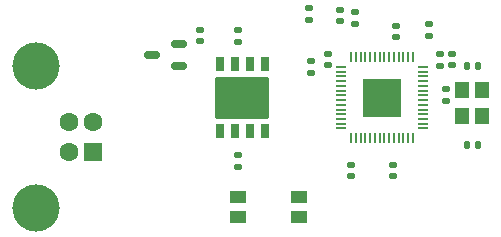
<source format=gbr>
%TF.GenerationSoftware,KiCad,Pcbnew,9.0.1*%
%TF.CreationDate,2025-07-21T18:30:37+01:00*%
%TF.ProjectId,rp2040-literal-bare-minimum,72703230-3430-42d6-9c69-746572616c2d,rev?*%
%TF.SameCoordinates,PX3922770PY49f2aa0*%
%TF.FileFunction,Soldermask,Top*%
%TF.FilePolarity,Negative*%
%FSLAX46Y46*%
G04 Gerber Fmt 4.6, Leading zero omitted, Abs format (unit mm)*
G04 Created by KiCad (PCBNEW 9.0.1) date 2025-07-21 18:30:37*
%MOMM*%
%LPD*%
G01*
G04 APERTURE LIST*
G04 Aperture macros list*
%AMRoundRect*
0 Rectangle with rounded corners*
0 $1 Rounding radius*
0 $2 $3 $4 $5 $6 $7 $8 $9 X,Y pos of 4 corners*
0 Add a 4 corners polygon primitive as box body*
4,1,4,$2,$3,$4,$5,$6,$7,$8,$9,$2,$3,0*
0 Add four circle primitives for the rounded corners*
1,1,$1+$1,$2,$3*
1,1,$1+$1,$4,$5*
1,1,$1+$1,$6,$7*
1,1,$1+$1,$8,$9*
0 Add four rect primitives between the rounded corners*
20,1,$1+$1,$2,$3,$4,$5,0*
20,1,$1+$1,$4,$5,$6,$7,0*
20,1,$1+$1,$6,$7,$8,$9,0*
20,1,$1+$1,$8,$9,$2,$3,0*%
G04 Aperture macros list end*
%ADD10RoundRect,0.140000X0.170000X-0.140000X0.170000X0.140000X-0.170000X0.140000X-0.170000X-0.140000X0*%
%ADD11RoundRect,0.140000X-0.140000X-0.170000X0.140000X-0.170000X0.140000X0.170000X-0.140000X0.170000X0*%
%ADD12RoundRect,0.080500X0.241500X-0.541500X0.241500X0.541500X-0.241500X0.541500X-0.241500X-0.541500X0*%
%ADD13RoundRect,0.102000X2.150000X-1.700000X2.150000X1.700000X-2.150000X1.700000X-2.150000X-1.700000X0*%
%ADD14RoundRect,0.150000X0.512500X0.150000X-0.512500X0.150000X-0.512500X-0.150000X0.512500X-0.150000X0*%
%ADD15RoundRect,0.140000X-0.170000X0.140000X-0.170000X-0.140000X0.170000X-0.140000X0.170000X0.140000X0*%
%ADD16RoundRect,0.135000X-0.185000X0.135000X-0.185000X-0.135000X0.185000X-0.135000X0.185000X0.135000X0*%
%ADD17RoundRect,0.050000X0.050000X-0.387500X0.050000X0.387500X-0.050000X0.387500X-0.050000X-0.387500X0*%
%ADD18RoundRect,0.050000X0.387500X-0.050000X0.387500X0.050000X-0.387500X0.050000X-0.387500X-0.050000X0*%
%ADD19R,3.200000X3.200000*%
%ADD20R,1.200000X1.400000*%
%ADD21R,1.450000X1.000000*%
%ADD22RoundRect,0.140000X0.140000X0.170000X-0.140000X0.170000X-0.140000X-0.170000X0.140000X-0.170000X0*%
%ADD23R,1.600000X1.600000*%
%ADD24C,1.600000*%
%ADD25C,4.000000*%
G04 APERTURE END LIST*
D10*
%TO.C,C11*%
X35212500Y15882500D03*
X35212500Y16842500D03*
%TD*%
%TO.C,C16*%
X45712500Y15892500D03*
X45712500Y16852500D03*
%TD*%
D11*
%TO.C,C3*%
X46982500Y9132500D03*
X47942500Y9132500D03*
%TD*%
D10*
%TO.C,C14*%
X36257500Y19607500D03*
X36257500Y20567500D03*
%TD*%
%TO.C,C9*%
X43772500Y18377500D03*
X43772500Y19337500D03*
%TD*%
D12*
%TO.C,U4*%
X26075000Y10270000D03*
X27345000Y10270000D03*
X28615000Y10270000D03*
X29885000Y10270000D03*
X29885000Y15960000D03*
X28615000Y15960000D03*
X27345000Y15960000D03*
X26075000Y15960000D03*
D13*
X27980000Y13115000D03*
%TD*%
D10*
%TO.C,C5*%
X27607500Y17862500D03*
X27607500Y18822500D03*
%TD*%
%TO.C,C10*%
X33612500Y19727500D03*
X33612500Y20687500D03*
%TD*%
D14*
%TO.C,U3*%
X22625000Y15780000D03*
X22625000Y17680000D03*
X20350000Y16730000D03*
%TD*%
D10*
%TO.C,C6*%
X33777500Y15232500D03*
X33777500Y16192500D03*
%TD*%
D15*
%TO.C,C17*%
X40772500Y7457500D03*
X40772500Y6497500D03*
%TD*%
D16*
%TO.C,R3*%
X45247500Y13837500D03*
X45247500Y12817500D03*
%TD*%
D10*
%TO.C,C12*%
X40967500Y18227500D03*
X40967500Y19187500D03*
%TD*%
D15*
%TO.C,C13*%
X37207500Y7432500D03*
X37207500Y6472500D03*
%TD*%
D16*
%TO.C,R4*%
X27582500Y8257500D03*
X27582500Y7237500D03*
%TD*%
D10*
%TO.C,C15*%
X37537500Y19372500D03*
X37537500Y20332500D03*
%TD*%
D17*
%TO.C,U1*%
X37212500Y9675000D03*
X37612500Y9675000D03*
X38012500Y9675000D03*
X38412500Y9675000D03*
X38812500Y9675000D03*
X39212500Y9675000D03*
X39612500Y9675000D03*
X40012500Y9675000D03*
X40412500Y9675000D03*
X40812500Y9675000D03*
X41212500Y9675000D03*
X41612500Y9675000D03*
X42012500Y9675000D03*
X42412500Y9675000D03*
D18*
X43250000Y10512500D03*
X43250000Y10912500D03*
X43250000Y11312500D03*
X43250000Y11712500D03*
X43250000Y12112500D03*
X43250000Y12512500D03*
X43250000Y12912500D03*
X43250000Y13312500D03*
X43250000Y13712500D03*
X43250000Y14112500D03*
X43250000Y14512500D03*
X43250000Y14912500D03*
X43250000Y15312500D03*
X43250000Y15712500D03*
D17*
X42412500Y16550000D03*
X42012500Y16550000D03*
X41612500Y16550000D03*
X41212500Y16550000D03*
X40812500Y16550000D03*
X40412500Y16550000D03*
X40012500Y16550000D03*
X39612500Y16550000D03*
X39212500Y16550000D03*
X38812500Y16550000D03*
X38412500Y16550000D03*
X38012500Y16550000D03*
X37612500Y16550000D03*
X37212500Y16550000D03*
D18*
X36375000Y15712500D03*
X36375000Y15312500D03*
X36375000Y14912500D03*
X36375000Y14512500D03*
X36375000Y14112500D03*
X36375000Y13712500D03*
X36375000Y13312500D03*
X36375000Y12912500D03*
X36375000Y12512500D03*
X36375000Y12112500D03*
X36375000Y11712500D03*
X36375000Y11312500D03*
X36375000Y10912500D03*
X36375000Y10512500D03*
D19*
X39812500Y13112500D03*
%TD*%
D10*
%TO.C,C7*%
X44692500Y15827500D03*
X44692500Y16787500D03*
%TD*%
D20*
%TO.C,Y1*%
X46587500Y13727500D03*
X46587500Y11527500D03*
X48287500Y11527500D03*
X48287500Y13727500D03*
%TD*%
D21*
%TO.C,SW1*%
X32797500Y3017500D03*
X27647500Y3017500D03*
X32797500Y4717500D03*
X27647500Y4717500D03*
%TD*%
D22*
%TO.C,C4*%
X47932500Y15837500D03*
X46972500Y15837500D03*
%TD*%
D23*
%TO.C,J1*%
X15340000Y8552500D03*
D24*
X15340000Y11052500D03*
X13340000Y11052500D03*
X13340000Y8552500D03*
D25*
X10480000Y3802500D03*
X10480000Y15802500D03*
%TD*%
D15*
%TO.C,C2*%
X24402500Y18842500D03*
X24402500Y17882500D03*
%TD*%
M02*

</source>
